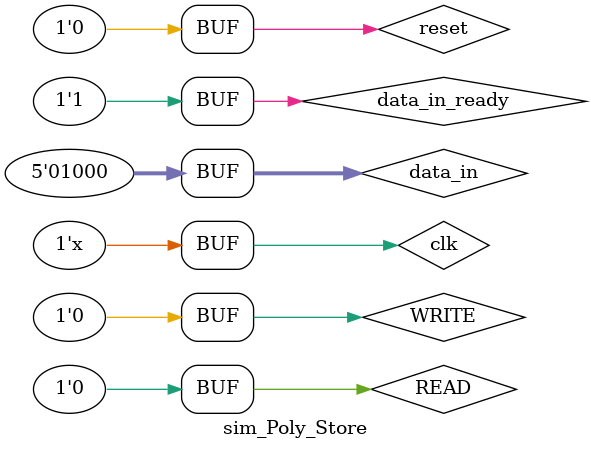
<source format=v>
`timescale 1ns / 1ps

/** @module : sim_Poly_Store
 *  @author : Secure Trusted and Assured Microelectronics (STAM) Center

 *  Copyright (c) 2023 PQC.Secure (STAM/SCAI/ASU)
 *  Permission is hereby granted, free of charge, to any person obtaining a copy
 *  of this software and associated documentation files (the "Software"), to deal
 *  in the Software without restriction, including without limitation the rights
 *  to use, copy, modify, merge, publish, distribute, sublicense, and/or sell
 *  copies of the Software, and to permit persons to whom the Software is
 *  furnished to do so, subject to the following conditions:
 *  The above copyright notice and this permission notice shall be included in
 *  all copies or substantial portions of the Software.
 *
 *  THE SOFTWARE IS PROVIDED "AS IS", WITHOUT WARRANTY OF ANY KIND, EXPRESS OR
 *  IMPLIED, INCLUDING BUT NOT LIMITED TO THE WARRANTIES OF MERCHANTABILITY,
 *  FITNESS FOR A PARTICULAR PURPOSE AND NONINFRINGEMENT. IN NO EVENT SHALL THE
 *  AUTHORS OR COPYRIGHT HOLDERS BE LIABLE FOR ANY CLAIM, DAMAGES OR OTHER
 *  LIABILITY, WHETHER IN AN ACTION OF CONTRACT, TORT OR OTHERWISE, ARISING FROM,
 *  OUT OF OR IN CONNECTION WITH THE SOFTWARE OR THE USE OR OTHER DEALINGS IN
 *  THE SOFTWARE.
 *
 *
 */

/*********************************************************************************
*                              sim_Poly_Store                                    *
*********************************************************************************/

module sim_Poly_Store;


// ------------- Small test case ---------------- //
parameter p = 17; 
parameter N = 8;
parameter logN = 3;
parameter b = 5;
parameter Nb = N*b;


	// Inputs
    reg clk, reset, WRITE, data_in_ready, READ;
    reg [b-1:0] data_in;


    // Outputs
    wire data_out_ready;
    wire [b-1:0] data_out;
    wire [Nb-1:0] poly_reg;

    // Instantiate the Unit Under Test (UUT)
    Poly_Store storage1 (
        .clk(clk), 
        .reset(reset), 
        .WRITE(WRITE), 
        .data_in_ready(data_in_ready), 
        .data_in(data_in), 
        .READ(READ), 
        .data_out_ready(data_out_ready), 
        .data_out(data_out), 
        .poly_reg(poly_reg)
    );
    
    
    
    always #5 clk = ~clk;

    initial begin
        // Initialize Inputs
        clk = 0;
        reset = 1;


        // Wait 100 ns for global reset to finish
        #100;
        reset = 0;
        WRITE = 1;
        data_in_ready = 1;
        
        #10;
        WRITE = 0;
        data_in = 1;
        #10;
        data_in = 2;
        #10;
        data_in = 3;
        #10;
        data_in = 4;
        #10;
        data_in = 5;
        #10;
        data_in = 6;
        #10;
        data_in = 7;
        #10;
        data_in = 8;        
               
        #30;
        READ = 1;
        
        #10;
        READ = 0;
       

       
         
                
                
        #100;
        // Add stimulus here

    end
    
endmodule

</source>
